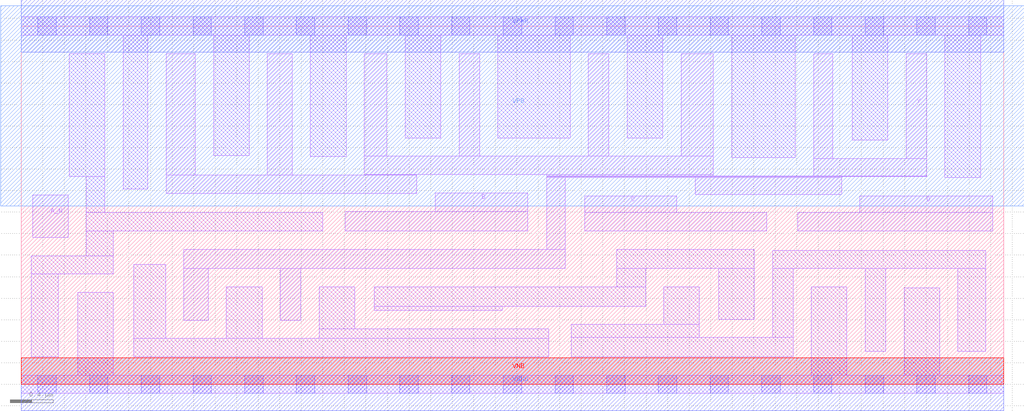
<source format=lef>
# Copyright 2020 The SkyWater PDK Authors
#
# Licensed under the Apache License, Version 2.0 (the "License");
# you may not use this file except in compliance with the License.
# You may obtain a copy of the License at
#
#     https://www.apache.org/licenses/LICENSE-2.0
#
# Unless required by applicable law or agreed to in writing, software
# distributed under the License is distributed on an "AS IS" BASIS,
# WITHOUT WARRANTIES OR CONDITIONS OF ANY KIND, either express or implied.
# See the License for the specific language governing permissions and
# limitations under the License.
#
# SPDX-License-Identifier: Apache-2.0

VERSION 5.7 ;
  NOWIREEXTENSIONATPIN ON ;
  DIVIDERCHAR "/" ;
  BUSBITCHARS "[]" ;
MACRO sky130_fd_sc_lp__nand4b_4
  CLASS CORE ;
  FOREIGN sky130_fd_sc_lp__nand4b_4 ;
  ORIGIN  0.000000  0.000000 ;
  SIZE  9.120000 BY  3.330000 ;
  SYMMETRY X Y R90 ;
  SITE unit ;
  PIN A_N
    ANTENNAGATEAREA  0.315000 ;
    DIRECTION INPUT ;
    USE SIGNAL ;
    PORT
      LAYER li1 ;
        RECT 0.105000 1.365000 0.435000 1.760000 ;
    END
  END A_N
  PIN B
    ANTENNAGATEAREA  1.260000 ;
    DIRECTION INPUT ;
    USE SIGNAL ;
    PORT
      LAYER li1 ;
        RECT 3.010000 1.425000 4.700000 1.605000 ;
        RECT 3.845000 1.605000 4.700000 1.780000 ;
    END
  END B
  PIN C
    ANTENNAGATEAREA  1.260000 ;
    DIRECTION INPUT ;
    USE SIGNAL ;
    PORT
      LAYER li1 ;
        RECT 5.230000 1.425000 6.920000 1.595000 ;
        RECT 5.230000 1.595000 6.085000 1.750000 ;
    END
  END C
  PIN D
    ANTENNAGATEAREA  1.260000 ;
    DIRECTION INPUT ;
    USE SIGNAL ;
    PORT
      LAYER li1 ;
        RECT 7.210000 1.425000 9.020000 1.595000 ;
        RECT 7.785000 1.595000 9.020000 1.750000 ;
    END
  END D
  PIN Y
    ANTENNADIFFAREA  3.292800 ;
    DIRECTION OUTPUT ;
    USE SIGNAL ;
    PORT
      LAYER li1 ;
        RECT 1.345000 1.775000 3.670000 1.945000 ;
        RECT 1.345000 1.945000 1.615000 3.075000 ;
        RECT 1.510000 0.595000 1.735000 1.075000 ;
        RECT 1.510000 1.075000 5.050000 1.255000 ;
        RECT 2.285000 1.945000 2.515000 3.075000 ;
        RECT 2.405000 0.595000 2.595000 1.075000 ;
        RECT 3.185000 1.945000 3.670000 1.950000 ;
        RECT 3.185000 1.950000 6.425000 2.120000 ;
        RECT 3.185000 2.120000 3.395000 3.075000 ;
        RECT 4.065000 2.120000 4.255000 3.075000 ;
        RECT 4.880000 1.255000 5.050000 1.920000 ;
        RECT 4.880000 1.920000 7.615000 1.930000 ;
        RECT 4.880000 1.930000 8.405000 1.935000 ;
        RECT 4.880000 1.935000 6.425000 1.950000 ;
        RECT 5.265000 2.120000 5.455000 3.075000 ;
        RECT 6.125000 2.120000 6.425000 3.075000 ;
        RECT 6.255000 1.765000 7.615000 1.920000 ;
        RECT 7.355000 1.935000 8.405000 2.100000 ;
        RECT 7.355000 2.100000 7.535000 3.075000 ;
        RECT 8.215000 2.100000 8.405000 3.075000 ;
    END
  END Y
  PIN VGND
    DIRECTION INOUT ;
    USE GROUND ;
    PORT
      LAYER met1 ;
        RECT 0.000000 -0.245000 9.120000 0.245000 ;
    END
  END VGND
  PIN VNB
    DIRECTION INOUT ;
    USE GROUND ;
    PORT
      LAYER pwell ;
        RECT 0.000000 0.000000 9.120000 0.245000 ;
    END
  END VNB
  PIN VPB
    DIRECTION INOUT ;
    USE POWER ;
    PORT
      LAYER nwell ;
        RECT -0.190000 1.655000 9.310000 3.520000 ;
    END
  END VPB
  PIN VPWR
    DIRECTION INOUT ;
    USE POWER ;
    PORT
      LAYER met1 ;
        RECT 0.000000 3.085000 9.120000 3.575000 ;
    END
  END VPWR
  OBS
    LAYER li1 ;
      RECT 0.000000 -0.085000 9.120000 0.085000 ;
      RECT 0.000000  3.245000 9.120000 3.415000 ;
      RECT 0.095000  0.255000 0.345000 1.025000 ;
      RECT 0.095000  1.025000 0.855000 1.195000 ;
      RECT 0.445000  1.930000 0.775000 3.075000 ;
      RECT 0.525000  0.085000 0.855000 0.855000 ;
      RECT 0.605000  1.195000 0.855000 1.425000 ;
      RECT 0.605000  1.425000 2.800000 1.595000 ;
      RECT 0.605000  1.595000 0.775000 1.930000 ;
      RECT 0.945000  1.815000 1.175000 3.245000 ;
      RECT 1.045000  0.255000 4.895000 0.425000 ;
      RECT 1.045000  0.425000 1.340000 1.115000 ;
      RECT 1.785000  2.125000 2.115000 3.245000 ;
      RECT 1.905000  0.425000 2.235000 0.905000 ;
      RECT 2.685000  2.115000 3.015000 3.245000 ;
      RECT 2.765000  0.425000 4.895000 0.515000 ;
      RECT 2.765000  0.515000 3.095000 0.905000 ;
      RECT 3.275000  0.685000 4.465000 0.725000 ;
      RECT 3.275000  0.725000 5.795000 0.905000 ;
      RECT 3.565000  2.290000 3.895000 3.245000 ;
      RECT 4.425000  2.290000 5.095000 3.245000 ;
      RECT 5.105000  0.255000 7.165000 0.435000 ;
      RECT 5.105000  0.435000 6.295000 0.555000 ;
      RECT 5.530000  0.905000 5.795000 1.075000 ;
      RECT 5.530000  1.075000 6.805000 1.255000 ;
      RECT 5.625000  2.290000 5.955000 3.245000 ;
      RECT 5.965000  0.555000 6.295000 0.905000 ;
      RECT 6.475000  0.605000 6.805000 1.075000 ;
      RECT 6.595000  2.105000 7.185000 3.245000 ;
      RECT 6.975000  0.435000 7.165000 1.075000 ;
      RECT 6.975000  1.075000 8.955000 1.245000 ;
      RECT 7.335000  0.085000 7.665000 0.905000 ;
      RECT 7.715000  2.270000 8.045000 3.245000 ;
      RECT 7.835000  0.305000 8.025000 1.075000 ;
      RECT 8.195000  0.085000 8.525000 0.895000 ;
      RECT 8.575000  1.920000 8.905000 3.245000 ;
      RECT 8.695000  0.305000 8.955000 1.075000 ;
    LAYER mcon ;
      RECT 0.155000 -0.085000 0.325000 0.085000 ;
      RECT 0.155000  3.245000 0.325000 3.415000 ;
      RECT 0.635000 -0.085000 0.805000 0.085000 ;
      RECT 0.635000  3.245000 0.805000 3.415000 ;
      RECT 1.115000 -0.085000 1.285000 0.085000 ;
      RECT 1.115000  3.245000 1.285000 3.415000 ;
      RECT 1.595000 -0.085000 1.765000 0.085000 ;
      RECT 1.595000  3.245000 1.765000 3.415000 ;
      RECT 2.075000 -0.085000 2.245000 0.085000 ;
      RECT 2.075000  3.245000 2.245000 3.415000 ;
      RECT 2.555000 -0.085000 2.725000 0.085000 ;
      RECT 2.555000  3.245000 2.725000 3.415000 ;
      RECT 3.035000 -0.085000 3.205000 0.085000 ;
      RECT 3.035000  3.245000 3.205000 3.415000 ;
      RECT 3.515000 -0.085000 3.685000 0.085000 ;
      RECT 3.515000  3.245000 3.685000 3.415000 ;
      RECT 3.995000 -0.085000 4.165000 0.085000 ;
      RECT 3.995000  3.245000 4.165000 3.415000 ;
      RECT 4.475000 -0.085000 4.645000 0.085000 ;
      RECT 4.475000  3.245000 4.645000 3.415000 ;
      RECT 4.955000 -0.085000 5.125000 0.085000 ;
      RECT 4.955000  3.245000 5.125000 3.415000 ;
      RECT 5.435000 -0.085000 5.605000 0.085000 ;
      RECT 5.435000  3.245000 5.605000 3.415000 ;
      RECT 5.915000 -0.085000 6.085000 0.085000 ;
      RECT 5.915000  3.245000 6.085000 3.415000 ;
      RECT 6.395000 -0.085000 6.565000 0.085000 ;
      RECT 6.395000  3.245000 6.565000 3.415000 ;
      RECT 6.875000 -0.085000 7.045000 0.085000 ;
      RECT 6.875000  3.245000 7.045000 3.415000 ;
      RECT 7.355000 -0.085000 7.525000 0.085000 ;
      RECT 7.355000  3.245000 7.525000 3.415000 ;
      RECT 7.835000 -0.085000 8.005000 0.085000 ;
      RECT 7.835000  3.245000 8.005000 3.415000 ;
      RECT 8.315000 -0.085000 8.485000 0.085000 ;
      RECT 8.315000  3.245000 8.485000 3.415000 ;
      RECT 8.795000 -0.085000 8.965000 0.085000 ;
      RECT 8.795000  3.245000 8.965000 3.415000 ;
  END
END sky130_fd_sc_lp__nand4b_4
END LIBRARY

</source>
